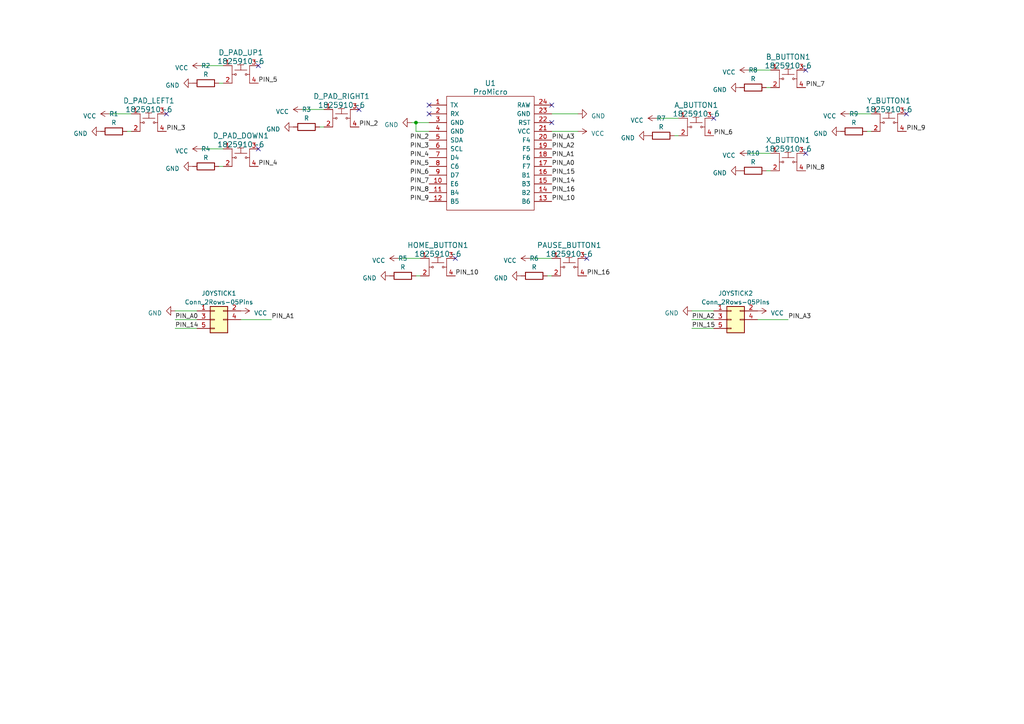
<source format=kicad_sch>
(kicad_sch (version 20230121) (generator eeschema)
  (paper "A4")
  (lib_symbols
    (symbol "Arduino Pro Micro:ProMicro" (pin_names (offset 1.016))
      (property "Reference" "U" (at 0 24.13 0))
      (property "Value" "ProMicro" (at 0 -13.97 0))
      (symbol "ProMicro_0_1"
        (rectangle (start -12.7 21.59) (end 12.7 -11.43))
      )
      (symbol "ProMicro_1_1"
        (pin bidirectional line (at -17.78 19.05 0) (length 5.08) (name "TX") (number "1"))
        (pin bidirectional line (at -17.78 -3.81 0) (length 5.08) (name "E6") (number "10"))
        (pin bidirectional line (at -17.78 -6.35 0) (length 5.08) (name "B4") (number "11"))
        (pin bidirectional line (at -17.78 -8.89 0) (length 5.08) (name "B5") (number "12"))
        (pin bidirectional line (at 17.78 -8.89 180) (length 5.08) (name "B6") (number "13"))
        (pin bidirectional line (at 17.78 -6.35 180) (length 5.08) (name "B2") (number "14"))
        (pin bidirectional line (at 17.78 -3.81 180) (length 5.08) (name "B3") (number "15"))
        (pin bidirectional line (at 17.78 -1.27 180) (length 5.08) (name "B1") (number "16"))
        (pin bidirectional line (at 17.78 1.27 180) (length 5.08) (name "F7") (number "17"))
        (pin bidirectional line (at 17.78 3.81 180) (length 5.08) (name "F6") (number "18"))
        (pin bidirectional line (at 17.78 6.35 180) (length 5.08) (name "F5") (number "19"))
        (pin bidirectional line (at -17.78 16.51 0) (length 5.08) (name "RX") (number "2"))
        (pin bidirectional line (at 17.78 8.89 180) (length 5.08) (name "F4") (number "20"))
        (pin power_in line (at 17.78 11.43 180) (length 5.08) (name "VCC") (number "21"))
        (pin input line (at 17.78 13.97 180) (length 5.08) (name "RST") (number "22"))
        (pin power_in line (at 17.78 16.51 180) (length 5.08) (name "GND") (number "23"))
        (pin power_out line (at 17.78 19.05 180) (length 5.08) (name "RAW") (number "24"))
        (pin power_in line (at -17.78 13.97 0) (length 5.08) (name "GND") (number "3"))
        (pin power_in line (at -17.78 11.43 0) (length 5.08) (name "GND") (number "4"))
        (pin bidirectional line (at -17.78 8.89 0) (length 5.08) (name "SDA") (number "5"))
        (pin bidirectional line (at -17.78 6.35 0) (length 5.08) (name "SCL") (number "6"))
        (pin bidirectional line (at -17.78 3.81 0) (length 5.08) (name "D4") (number "7"))
        (pin bidirectional line (at -17.78 1.27 0) (length 5.08) (name "C6") (number "8"))
        (pin bidirectional line (at -17.78 -1.27 0) (length 5.08) (name "D7") (number "9"))
      )
    )
    (symbol "Connector_Generic:Conn_2Rows-05Pins" (pin_names (offset 1.016) hide)
      (property "Reference" "J" (at 1.27 5.08 0))
      (property "Value" "Conn_2Rows-05Pins" (at 1.27 -5.08 0))
      (symbol "Conn_2Rows-05Pins_1_1"
        (rectangle (start -1.27 -2.413) (end 0 -2.667) (stroke (width 0.1524)))
        (rectangle (start -1.27 0.127) (end 0 -0.127) (stroke (width 0.1524)))
        (rectangle (start -1.27 2.667) (end 0 2.413) (stroke (width 0.1524)))
        (rectangle (start -1.27 3.81) (end 3.81 -3.81) (stroke (width 0.254)) (fill (type background)))
        (rectangle (start 3.81 0.127) (end 2.54 -0.127) (stroke (width 0.1524)))
        (rectangle (start 3.81 2.667) (end 2.54 2.413) (stroke (width 0.1524)))
        (pin passive line (at -5.08 2.54 0) (length 3.81) (name "Pin_1") (number "1"))
        (pin passive line (at 7.62 2.54 180) (length 3.81) (name "Pin_2") (number "2"))
        (pin passive line (at -5.08 0 0) (length 3.81) (name "Pin_3") (number "3"))
        (pin passive line (at 7.62 0 180) (length 3.81) (name "Pin_4") (number "4"))
        (pin passive line (at -5.08 -2.54 0) (length 3.81) (name "Pin_5") (number "5"))
      )
    )
    (symbol "Device:R" (pin_numbers hide) (pin_names (offset 0))
      (property "Reference" "R" (at 2.032 0 90))
      (property "Value" "R" (at 0 0 90))
      (symbol "R_0_1"
        (rectangle (start -1.016 -2.54) (end 1.016 2.54) (stroke (width 0.254)))
      )
      (symbol "R_1_1"
        (pin passive line (at 0 3.81 270) (length 1.27) (name "~") (number "1"))
        (pin passive line (at 0 -3.81 90) (length 1.27) (name "~") (number "2"))
      )
    )
    (symbol "dk_Tactile-Switches:1825910-6" (pin_names (offset 1.016))
      (property "Reference" "S" (at 0 4.572 0))
      (property "Value" "1825910-6" (at 0.127 -5.08 0))
      (symbol "1825910-6_0_1"
        (circle (center -1.524 0) (radius 0.254))
        (polyline (pts (xy -2.54 2.54) (xy -2.54 -2.54)))
        (polyline (pts (xy -1.778 0) (xy -2.54 0)))
        (polyline (pts (xy -1.778 1.27) (xy 1.778 1.27)))
        (polyline (pts (xy 2.54 -2.54) (xy 2.54 2.54)))
        (polyline (pts (xy 2.54 0) (xy 1.778 0)))
        (circle (center 1.524 0) (radius 0.254))
      )
      (symbol "1825910-6_1_1"
        (polyline (pts (xy -1.016 2.794) (xy 0.889 2.794)))
        (polyline (pts (xy 0 2.794) (xy 0 1.27)))
        (pin passive line (at -5.08 2.54 0) (length 2.54) (name "~") (number "1"))
        (pin passive line (at -5.08 -2.54 0) (length 2.54) (name "~") (number "2"))
        (pin passive line (at 5.08 2.54 180) (length 2.54) (name "~") (number "3"))
        (pin passive line (at 5.08 -2.54 180) (length 2.54) (name "~") (number "4"))
      )
    )
    (symbol "power:GND" (power) (pin_names (offset 0))
      (property "Value" "GND" (at 0 -3.81 0))
      (symbol "GND_0_1"
        (polyline (pts (xy 0 0) (xy 0 -1.27) (xy 1.27 -1.27) (xy 0 -2.54) (xy -1.27 -1.27) (xy 0 -1.27)))
      )
      (symbol "GND_1_1"
        (pin power_in line (at 0 0 270) (length 0) hide (name "GND") (number "1"))
      )
    )
    (symbol "power:VCC" (power) (pin_names (offset 0))
      (property "Value" "VCC" (at 0 3.81 0))
      (symbol "VCC_0_1"
        (polyline (pts (xy -0.762 1.27) (xy 0 2.54)))
        (polyline (pts (xy 0 0) (xy 0 2.54)))
        (polyline (pts (xy 0 2.54) (xy 0.762 1.27)))
      )
      (symbol "VCC_1_1"
        (pin power_in line (at 0 0 90) (length 0) hide (name "VCC") (number "1"))
      )
    )
  )
  (junction (at 120.65 35.56))
  (no_connect (at 160.02 30.48))
  (no_connect (at 207.01 34.29))
  (no_connect (at 262.89 33.02))
  (no_connect (at 233.68 44.45))
  (no_connect (at 233.68 20.32))
  (no_connect (at 74.93 43.18))
  (no_connect (at 160.02 35.56))
  (no_connect (at 124.46 30.48))
  (no_connect (at 132.08 74.93))
  (no_connect (at 104.14 31.75))
  (no_connect (at 48.26 33.02))
  (no_connect (at 124.46 33.02))
  (no_connect (at 74.93 19.05))
  (no_connect (at 170.18 74.93))
  (wire (pts (xy 119.38 35.56) (xy 120.65 35.56)))
  (wire (pts (xy 120.65 35.56) (xy 120.65 38.1)))
  (wire (pts (xy 217.17 20.32) (xy 223.52 20.32)))
  (wire (pts (xy 58.42 19.05) (xy 64.77 19.05)))
  (wire (pts (xy 50.8 95.25) (xy 57.15 95.25)))
  (wire (pts (xy 50.8 92.71) (xy 57.15 92.71)))
  (wire (pts (xy 158.75 80.01) (xy 160.02 80.01)))
  (wire (pts (xy 63.5 48.26) (xy 64.77 48.26)))
  (wire (pts (xy 200.66 92.71) (xy 207.01 92.71)))
  (wire (pts (xy 78.74 92.71) (xy 69.85 92.71)))
  (wire (pts (xy 222.25 25.4) (xy 223.52 25.4)))
  (wire (pts (xy 246.38 33.02) (xy 252.73 33.02)))
  (wire (pts (xy 160.02 38.1) (xy 167.64 38.1)))
  (wire (pts (xy 87.63 31.75) (xy 93.98 31.75)))
  (wire (pts (xy 124.46 38.1) (xy 120.65 38.1)))
  (wire (pts (xy 222.25 49.53) (xy 223.52 49.53)))
  (wire (pts (xy 251.46 38.1) (xy 252.73 38.1)))
  (wire (pts (xy 36.83 38.1) (xy 38.1 38.1)))
  (wire (pts (xy 50.8 90.17) (xy 57.15 90.17)))
  (wire (pts (xy 200.66 90.17) (xy 207.01 90.17)))
  (wire (pts (xy 120.65 80.01) (xy 121.92 80.01)))
  (wire (pts (xy 92.71 36.83) (xy 93.98 36.83)))
  (wire (pts (xy 195.58 39.37) (xy 196.85 39.37)))
  (wire (pts (xy 228.6 92.71) (xy 219.71 92.71)))
  (wire (pts (xy 63.5 24.13) (xy 64.77 24.13)))
  (wire (pts (xy 58.42 43.18) (xy 64.77 43.18)))
  (wire (pts (xy 120.65 35.56) (xy 124.46 35.56)))
  (wire (pts (xy 217.17 44.45) (xy 223.52 44.45)))
  (wire (pts (xy 190.5 34.29) (xy 196.85 34.29)))
  (wire (pts (xy 115.57 74.93) (xy 121.92 74.93)))
  (wire (pts (xy 200.66 95.25) (xy 207.01 95.25)))
  (wire (pts (xy 31.75 33.02) (xy 38.1 33.02)))
  (wire (pts (xy 153.67 74.93) (xy 160.02 74.93)))
  (wire (pts (xy 160.02 33.02) (xy 167.64 33.02)))
  (label "PIN_A2" (at 160.02 43.18 0))
  (label "PIN_3" (at 124.46 43.18 180))
  (label "PIN_A0" (at 160.02 48.26 0))
  (label "PIN_A1" (at 160.02 45.72 0))
  (label "PIN_3" (at 48.26 38.1 0))
  (label "PIN_5" (at 124.46 48.26 180))
  (label "PIN_7" (at 233.68 25.4 0))
  (label "PIN_15" (at 200.66 95.25 0))
  (label "PIN_4" (at 124.46 45.72 180))
  (label "PIN_14" (at 160.02 53.34 0))
  (label "PIN_A1" (at 78.74 92.71 0))
  (label "PIN_A3" (at 228.6 92.71 0))
  (label "PIN_2" (at 124.46 40.64 180))
  (label "PIN_10" (at 160.02 58.42 0))
  (label "PIN_A0" (at 50.8 92.71 0))
  (label "PIN_16" (at 170.18 80.01 0))
  (label "PIN_6" (at 124.46 50.8 180))
  (label "PIN_7" (at 124.46 53.34 180))
  (label "PIN_10" (at 132.08 80.01 0))
  (label "PIN_9" (at 262.89 38.1 0))
  (label "PIN_2" (at 104.14 36.83 0))
  (label "PIN_A2" (at 200.66 92.71 0))
  (label "PIN_16" (at 160.02 55.88 0))
  (label "PIN_8" (at 233.68 49.53 0))
  (label "PIN_15" (at 160.02 50.8 0))
  (label "PIN_A3" (at 160.02 40.64 0))
  (label "PIN_6" (at 207.01 39.37 0))
  (label "PIN_14" (at 50.8 95.25 0))
  (label "PIN_9" (at 124.46 58.42 180))
  (label "PIN_5" (at 74.93 24.13 0))
  (label "PIN_8" (at 124.46 55.88 180))
  (label "PIN_4" (at 74.93 48.26 0))
  (symbol (lib_id "power:VCC") (at 246.38 33.02 90) (mirror x) (unit 1)
    (property "Reference" "#PWR035" (effects hide))
    (property "Value" "VCC" (at 242.57 33.655 90) (effects (justify left)))
  )
  (symbol (lib_id "Arduino Pro Micro:ProMicro") (at 142.24 49.53 0) (unit 1)
    (property "Reference" "U1" (at 142.24 24.13 0) (effects (font (size 1.524 1.524))))
    (property "Value" "ProMicro" (at 142.24 26.67 0) (effects (font (size 1.524 1.524))))
    (property "Footprint" "Arduino Pro Micro:ProMicro" (effects hide))
  )
  (symbol (lib_id "power:VCC") (at 153.67 74.93 90) (mirror x) (unit 1)
    (property "Reference" "#PWR014" (effects hide))
    (property "Value" "VCC" (at 149.86 75.565 90) (effects (justify left)))
  )
  (symbol (lib_id "Connector_Generic:Conn_2Rows-05Pins") (at 62.23 92.71 0) (unit 1)
    (property "Reference" "JOYSTICK1" (at 63.5 85.09 0))
    (property "Value" "Conn_2Rows-05Pins" (at 63.5 87.63 0))
    (property "Footprint" "Connector_PinSocket_2.54mm:PinSocket_1x05_P2.54mm_Vertical" (effects hide))
  )
  (symbol (lib_id "power:GND") (at 85.09 36.83 270) (unit 1)
    (property "Reference" "#PWR032" (effects hide))
    (property "Value" "GND" (at 81.28 37.465 90) (effects (justify right)))
  )
  (symbol (lib_id "power:VCC") (at 31.75 33.02 90) (mirror x) (unit 1)
    (property "Reference" "#PWR027" (effects hide))
    (property "Value" "VCC" (at 27.94 33.655 90) (effects (justify left)))
  )
  (symbol (lib_id "power:VCC") (at 217.17 44.45 90) (mirror x) (unit 1)
    (property "Reference" "#PWR026" (effects hide))
    (property "Value" "VCC" (at 213.36 45.085 90) (effects (justify left)))
  )
  (symbol (lib_id "Device:R") (at 247.65 38.1 90) (unit 1)
    (property "Reference" "R9" (at 247.65 33.02 90))
    (property "Value" "R" (at 247.65 35.56 90))
    (property "Footprint" "Resistor_THT:R_Axial_DIN0207_L6.3mm_D2.5mm_P10.16mm_Horizontal" (effects hide))
  )
  (symbol (lib_id "power:VCC") (at 87.63 31.75 90) (mirror x) (unit 1)
    (property "Reference" "#PWR033" (effects hide))
    (property "Value" "VCC" (at 83.82 32.385 90) (effects (justify left)))
  )
  (symbol (lib_id "dk_Tactile-Switches:1825910-6") (at 69.85 21.59 0) (unit 1)
    (property "Reference" "D_PAD_UP1" (at 69.85 15.24 0) (effects (font (size 1.524 1.524))))
    (property "Value" "1825910-6" (at 69.85 17.78 0) (effects (font (size 1.524 1.524))))
    (property "Footprint" "controller:SW_PUSH_4_PIN" (effects hide))
    (property "Datasheet" "https://www.te.com/commerce/DocumentDelivery/DDEController?Action=srchrtrv&DocNm=1825910&DocType=Customer+Drawing&DocLang=English" (effects hide))
    (property "Digi-Key_PN" "450-1650-ND" (effects hide))
    (property "MPN" "1825910-6" (effects hide))
    (property "Category" "Switches" (effects hide))
    (property "Family" "Tactile Switches" (effects hide))
    (property "DK_Datasheet_Link" "https://www.te.com/commerce/DocumentDelivery/DDEController?Action=srchrtrv&DocNm=1825910&DocType=Customer+Drawing&DocLang=English" (effects hide))
    (property "DK_Detail_Page" "/product-detail/en/te-connectivity-alcoswitch-switches/1825910-6/450-1650-ND/1632536" (effects hide))
    (property "Description" "SWITCH TACTILE SPST-NO 0.05A 24V" (effects hide))
    (property "Manufacturer" "TE Connectivity ALCOSWITCH Switches" (effects hide))
    (property "Status" "Active" (effects hide))
  )
  (symbol (lib_id "power:GND") (at 29.21 38.1 270) (unit 1)
    (property "Reference" "#PWR01" (effects hide))
    (property "Value" "GND" (at 25.4 38.735 90) (effects (justify right)))
  )
  (symbol (lib_id "Device:R") (at 88.9 36.83 90) (unit 1)
    (property "Reference" "R3" (at 88.9 31.75 90))
    (property "Value" "R" (at 88.9 34.29 90))
    (property "Footprint" "Resistor_THT:R_Axial_DIN0207_L6.3mm_D2.5mm_P10.16mm_Horizontal" (effects hide))
  )
  (symbol (lib_id "power:VCC") (at 219.71 90.17 270) (unit 1)
    (property "Reference" "#PWR021" (effects hide))
    (property "Value" "VCC" (at 223.52 90.805 90) (effects (justify left)))
  )
  (symbol (lib_id "Device:R") (at 59.69 48.26 90) (unit 1)
    (property "Reference" "R4" (at 59.69 43.18 90))
    (property "Value" "R" (at 59.69 45.72 90))
    (property "Footprint" "Resistor_THT:R_Axial_DIN0207_L6.3mm_D2.5mm_P10.16mm_Horizontal" (effects hide))
  )
  (symbol (lib_id "power:GND") (at 167.64 33.02 90) (unit 1)
    (property "Reference" "#PWR09" (effects hide))
    (property "Value" "GND" (at 171.45 33.655 90) (effects (justify right)))
  )
  (symbol (lib_id "power:VCC") (at 167.64 38.1 270) (unit 1)
    (property "Reference" "#PWR015" (effects hide))
    (property "Value" "VCC" (at 171.45 38.735 90) (effects (justify left)))
  )
  (symbol (lib_id "Device:R") (at 218.44 25.4 90) (unit 1)
    (property "Reference" "R8" (at 218.44 20.32 90))
    (property "Value" "R" (at 218.44 22.86 90))
    (property "Footprint" "Resistor_THT:R_Axial_DIN0207_L6.3mm_D2.5mm_P10.16mm_Horizontal" (effects hide))
  )
  (symbol (lib_id "power:GND") (at 55.88 24.13 270) (unit 1)
    (property "Reference" "#PWR028" (effects hide))
    (property "Value" "GND" (at 52.07 24.765 90) (effects (justify right)))
  )
  (symbol (lib_id "dk_Tactile-Switches:1825910-6") (at 69.85 45.72 0) (unit 1)
    (property "Reference" "D_PAD_DOWN1" (at 69.85 39.37 0) (effects (font (size 1.524 1.524))))
    (property "Value" "1825910-6" (at 69.85 41.91 0) (effects (font (size 1.524 1.524))))
    (property "Footprint" "controller:SW_PUSH_4_PIN" (effects hide))
    (property "Datasheet" "https://www.te.com/commerce/DocumentDelivery/DDEController?Action=srchrtrv&DocNm=1825910&DocType=Customer+Drawing&DocLang=English" (effects hide))
    (property "Digi-Key_PN" "450-1650-ND" (effects hide))
    (property "MPN" "1825910-6" (effects hide))
    (property "Category" "Switches" (effects hide))
    (property "Family" "Tactile Switches" (effects hide))
    (property "DK_Datasheet_Link" "https://www.te.com/commerce/DocumentDelivery/DDEController?Action=srchrtrv&DocNm=1825910&DocType=Customer+Drawing&DocLang=English" (effects hide))
    (property "DK_Detail_Page" "/product-detail/en/te-connectivity-alcoswitch-switches/1825910-6/450-1650-ND/1632536" (effects hide))
    (property "Description" "SWITCH TACTILE SPST-NO 0.05A 24V" (effects hide))
    (property "Manufacturer" "TE Connectivity ALCOSWITCH Switches" (effects hide))
    (property "Status" "Active" (effects hide))
  )
  (symbol (lib_id "power:GND") (at 214.63 25.4 270) (unit 1)
    (property "Reference" "#PWR05" (effects hide))
    (property "Value" "GND" (at 210.82 26.035 90) (effects (justify right)))
  )
  (symbol (lib_id "power:VCC") (at 217.17 20.32 90) (mirror x) (unit 1)
    (property "Reference" "#PWR024" (effects hide))
    (property "Value" "VCC" (at 213.36 20.955 90) (effects (justify left)))
  )
  (symbol (lib_id "dk_Tactile-Switches:1825910-6") (at 99.06 34.29 0) (unit 1)
    (property "Reference" "D_PAD_RIGHT1" (at 99.06 27.94 0) (effects (font (size 1.524 1.524))))
    (property "Value" "1825910-6" (at 99.06 30.48 0) (effects (font (size 1.524 1.524))))
    (property "Footprint" "controller:SW_PUSH_4_PIN" (effects hide))
    (property "Datasheet" "https://www.te.com/commerce/DocumentDelivery/DDEController?Action=srchrtrv&DocNm=1825910&DocType=Customer+Drawing&DocLang=English" (effects hide))
    (property "Digi-Key_PN" "450-1650-ND" (effects hide))
    (property "MPN" "1825910-6" (effects hide))
    (property "Category" "Switches" (effects hide))
    (property "Family" "Tactile Switches" (effects hide))
    (property "DK_Datasheet_Link" "https://www.te.com/commerce/DocumentDelivery/DDEController?Action=srchrtrv&DocNm=1825910&DocType=Customer+Drawing&DocLang=English" (effects hide))
    (property "DK_Detail_Page" "/product-detail/en/te-connectivity-alcoswitch-switches/1825910-6/450-1650-ND/1632536" (effects hide))
    (property "Description" "SWITCH TACTILE SPST-NO 0.05A 24V" (effects hide))
    (property "Manufacturer" "TE Connectivity ALCOSWITCH Switches" (effects hide))
    (property "Status" "Active" (effects hide))
  )
  (symbol (lib_id "power:VCC") (at 69.85 90.17 270) (unit 1)
    (property "Reference" "#PWR022" (effects hide))
    (property "Value" "VCC" (at 73.66 90.805 90) (effects (justify left)))
  )
  (symbol (lib_id "dk_Tactile-Switches:1825910-6") (at 165.1 77.47 0) (unit 1)
    (property "Reference" "PAUSE_BUTTON1" (at 165.1 71.12 0) (effects (font (size 1.524 1.524))))
    (property "Value" "1825910-6" (at 165.1 73.66 0) (effects (font (size 1.524 1.524))))
    (property "Footprint" "controller:SW_PUSH_4_PIN" (effects hide))
    (property "Datasheet" "https://www.te.com/commerce/DocumentDelivery/DDEController?Action=srchrtrv&DocNm=1825910&DocType=Customer+Drawing&DocLang=English" (effects hide))
    (property "Digi-Key_PN" "450-1650-ND" (effects hide))
    (property "MPN" "1825910-6" (effects hide))
    (property "Category" "Switches" (effects hide))
    (property "Family" "Tactile Switches" (effects hide))
    (property "DK_Datasheet_Link" "https://www.te.com/commerce/DocumentDelivery/DDEController?Action=srchrtrv&DocNm=1825910&DocType=Customer+Drawing&DocLang=English" (effects hide))
    (property "DK_Detail_Page" "/product-detail/en/te-connectivity-alcoswitch-switches/1825910-6/450-1650-ND/1632536" (effects hide))
    (property "Description" "SWITCH TACTILE SPST-NO 0.05A 24V" (effects hide))
    (property "Manufacturer" "TE Connectivity ALCOSWITCH Switches" (effects hide))
    (property "Status" "Active" (effects hide))
  )
  (symbol (lib_id "power:VCC") (at 190.5 34.29 90) (mirror x) (unit 1)
    (property "Reference" "#PWR04" (effects hide))
    (property "Value" "VCC" (at 186.69 34.925 90) (effects (justify left)))
  )
  (symbol (lib_id "power:GND") (at 187.96 39.37 270) (unit 1)
    (property "Reference" "#PWR03" (effects hide))
    (property "Value" "GND" (at 184.15 40.005 90) (effects (justify right)))
  )
  (symbol (lib_id "power:GND") (at 243.84 38.1 270) (unit 1)
    (property "Reference" "#PWR034" (effects hide))
    (property "Value" "GND" (at 240.03 38.735 90) (effects (justify right)))
  )
  (symbol (lib_id "power:VCC") (at 58.42 43.18 90) (mirror x) (unit 1)
    (property "Reference" "#PWR031" (effects hide))
    (property "Value" "VCC" (at 54.61 43.815 90) (effects (justify left)))
  )
  (symbol (lib_id "Connector_Generic:Conn_2Rows-05Pins") (at 212.09 92.71 0) (unit 1)
    (property "Reference" "JOYSTICK2" (at 213.36 85.09 0))
    (property "Value" "Conn_2Rows-05Pins" (at 213.36 87.63 0))
    (property "Footprint" "Connector_PinSocket_2.54mm:PinSocket_1x05_P2.54mm_Vertical" (effects hide))
  )
  (symbol (lib_id "dk_Tactile-Switches:1825910-6") (at 228.6 22.86 0) (unit 1)
    (property "Reference" "B_BUTTON1" (at 228.6 16.51 0) (effects (font (size 1.524 1.524))))
    (property "Value" "1825910-6" (at 228.6 19.05 0) (effects (font (size 1.524 1.524))))
    (property "Footprint" "controller:SW_PUSH_4_PIN" (effects hide))
    (property "Datasheet" "https://www.te.com/commerce/DocumentDelivery/DDEController?Action=srchrtrv&DocNm=1825910&DocType=Customer+Drawing&DocLang=English" (effects hide))
    (property "Digi-Key_PN" "450-1650-ND" (effects hide))
    (property "MPN" "1825910-6" (effects hide))
    (property "Category" "Switches" (effects hide))
    (property "Family" "Tactile Switches" (effects hide))
    (property "DK_Datasheet_Link" "https://www.te.com/commerce/DocumentDelivery/DDEController?Action=srchrtrv&DocNm=1825910&DocType=Customer+Drawing&DocLang=English" (effects hide))
    (property "DK_Detail_Page" "/product-detail/en/te-connectivity-alcoswitch-switches/1825910-6/450-1650-ND/1632536" (effects hide))
    (property "Description" "SWITCH TACTILE SPST-NO 0.05A 24V" (effects hide))
    (property "Manufacturer" "TE Connectivity ALCOSWITCH Switches" (effects hide))
    (property "Status" "Active" (effects hide))
  )
  (symbol (lib_id "Device:R") (at 33.02 38.1 90) (unit 1)
    (property "Reference" "R1" (at 33.02 33.02 90))
    (property "Value" "R" (at 33.02 35.56 90))
    (property "Footprint" "Resistor_THT:R_Axial_DIN0207_L6.3mm_D2.5mm_P10.16mm_Horizontal" (effects hide))
  )
  (symbol (lib_id "dk_Tactile-Switches:1825910-6") (at 201.93 36.83 0) (unit 1)
    (property "Reference" "A_BUTTON1" (at 201.93 30.48 0) (effects (font (size 1.524 1.524))))
    (property "Value" "1825910-6" (at 201.93 33.02 0) (effects (font (size 1.524 1.524))))
    (property "Footprint" "controller:SW_PUSH_4_PIN" (effects hide))
    (property "Datasheet" "https://www.te.com/commerce/DocumentDelivery/DDEController?Action=srchrtrv&DocNm=1825910&DocType=Customer+Drawing&DocLang=English" (effects hide))
    (property "Digi-Key_PN" "450-1650-ND" (effects hide))
    (property "MPN" "1825910-6" (effects hide))
    (property "Category" "Switches" (effects hide))
    (property "Family" "Tactile Switches" (effects hide))
    (property "DK_Datasheet_Link" "https://www.te.com/commerce/DocumentDelivery/DDEController?Action=srchrtrv&DocNm=1825910&DocType=Customer+Drawing&DocLang=English" (effects hide))
    (property "DK_Detail_Page" "/product-detail/en/te-connectivity-alcoswitch-switches/1825910-6/450-1650-ND/1632536" (effects hide))
    (property "Description" "SWITCH TACTILE SPST-NO 0.05A 24V" (effects hide))
    (property "Manufacturer" "TE Connectivity ALCOSWITCH Switches" (effects hide))
    (property "Status" "Active" (effects hide))
  )
  (symbol (lib_id "power:GND") (at 214.63 49.53 270) (unit 1)
    (property "Reference" "#PWR023" (effects hide))
    (property "Value" "GND" (at 210.82 50.165 90) (effects (justify right)))
  )
  (symbol (lib_id "power:GND") (at 200.66 90.17 270) (unit 1)
    (property "Reference" "#PWR011" (effects hide))
    (property "Value" "GND" (at 196.85 90.805 90) (effects (justify right)))
  )
  (symbol (lib_id "Device:R") (at 116.84 80.01 90) (unit 1)
    (property "Reference" "R5" (at 116.84 74.93 90))
    (property "Value" "R" (at 116.84 77.47 90))
    (property "Footprint" "Resistor_THT:R_Axial_DIN0207_L6.3mm_D2.5mm_P10.16mm_Horizontal" (effects hide))
  )
  (symbol (lib_id "Device:R") (at 59.69 24.13 90) (unit 1)
    (property "Reference" "R2" (at 59.69 19.05 90))
    (property "Value" "R" (at 59.69 21.59 90))
    (property "Footprint" "Resistor_THT:R_Axial_DIN0207_L6.3mm_D2.5mm_P10.16mm_Horizontal" (effects hide))
  )
  (symbol (lib_id "Device:R") (at 154.94 80.01 90) (unit 1)
    (property "Reference" "R6" (at 154.94 74.93 90))
    (property "Value" "R" (at 154.94 77.47 90))
    (property "Footprint" "Resistor_THT:R_Axial_DIN0207_L6.3mm_D2.5mm_P10.16mm_Horizontal" (effects hide))
  )
  (symbol (lib_id "dk_Tactile-Switches:1825910-6") (at 43.18 35.56 0) (unit 1)
    (property "Reference" "D_PAD_LEFT1" (at 43.18 29.21 0) (effects (font (size 1.524 1.524))))
    (property "Value" "1825910-6" (at 43.18 31.75 0) (effects (font (size 1.524 1.524))))
    (property "Footprint" "controller:SW_PUSH_4_PIN" (effects hide))
    (property "Datasheet" "https://www.te.com/commerce/DocumentDelivery/DDEController?Action=srchrtrv&DocNm=1825910&DocType=Customer+Drawing&DocLang=English" (effects hide))
    (property "Digi-Key_PN" "450-1650-ND" (effects hide))
    (property "MPN" "1825910-6" (effects hide))
    (property "Category" "Switches" (effects hide))
    (property "Family" "Tactile Switches" (effects hide))
    (property "DK_Datasheet_Link" "https://www.te.com/commerce/DocumentDelivery/DDEController?Action=srchrtrv&DocNm=1825910&DocType=Customer+Drawing&DocLang=English" (effects hide))
    (property "DK_Detail_Page" "/product-detail/en/te-connectivity-alcoswitch-switches/1825910-6/450-1650-ND/1632536" (effects hide))
    (property "Description" "SWITCH TACTILE SPST-NO 0.05A 24V" (effects hide))
    (property "Manufacturer" "TE Connectivity ALCOSWITCH Switches" (effects hide))
    (property "Status" "Active" (effects hide))
  )
  (symbol (lib_id "power:GND") (at 113.03 80.01 270) (unit 1)
    (property "Reference" "#PWR010" (effects hide))
    (property "Value" "GND" (at 109.22 80.645 90) (effects (justify right)))
  )
  (symbol (lib_id "Device:R") (at 191.77 39.37 90) (unit 1)
    (property "Reference" "R7" (at 191.77 34.29 90))
    (property "Value" "R" (at 191.77 36.83 90))
    (property "Footprint" "Resistor_THT:R_Axial_DIN0207_L6.3mm_D2.5mm_P10.16mm_Horizontal" (effects hide))
  )
  (symbol (lib_id "dk_Tactile-Switches:1825910-6") (at 257.81 35.56 0) (unit 1)
    (property "Reference" "Y_BUTTON1" (at 257.81 29.21 0) (effects (font (size 1.524 1.524))))
    (property "Value" "1825910-6" (at 257.81 31.75 0) (effects (font (size 1.524 1.524))))
    (property "Footprint" "controller:SW_PUSH_4_PIN" (effects hide))
    (property "Datasheet" "https://www.te.com/commerce/DocumentDelivery/DDEController?Action=srchrtrv&DocNm=1825910&DocType=Customer+Drawing&DocLang=English" (effects hide))
    (property "Digi-Key_PN" "450-1650-ND" (effects hide))
    (property "MPN" "1825910-6" (effects hide))
    (property "Category" "Switches" (effects hide))
    (property "Family" "Tactile Switches" (effects hide))
    (property "DK_Datasheet_Link" "https://www.te.com/commerce/DocumentDelivery/DDEController?Action=srchrtrv&DocNm=1825910&DocType=Customer+Drawing&DocLang=English" (effects hide))
    (property "DK_Detail_Page" "/product-detail/en/te-connectivity-alcoswitch-switches/1825910-6/450-1650-ND/1632536" (effects hide))
    (property "Description" "SWITCH TACTILE SPST-NO 0.05A 24V" (effects hide))
    (property "Manufacturer" "TE Connectivity ALCOSWITCH Switches" (effects hide))
    (property "Status" "Active" (effects hide))
  )
  (symbol (lib_id "power:VCC") (at 115.57 74.93 90) (mirror x) (unit 1)
    (property "Reference" "#PWR012" (effects hide))
    (property "Value" "VCC" (at 111.76 75.565 90) (effects (justify left)))
  )
  (symbol (lib_id "power:GND") (at 55.88 48.26 270) (unit 1)
    (property "Reference" "#PWR030" (effects hide))
    (property "Value" "GND" (at 52.07 48.895 90) (effects (justify right)))
  )
  (symbol (lib_id "dk_Tactile-Switches:1825910-6") (at 127 77.47 0) (unit 1)
    (property "Reference" "HOME_BUTTON1" (at 127 71.12 0) (effects (font (size 1.524 1.524))))
    (property "Value" "1825910-6" (at 127 73.66 0) (effects (font (size 1.524 1.524))))
    (property "Footprint" "controller:SW_PUSH_4_PIN" (effects hide))
    (property "Datasheet" "https://www.te.com/commerce/DocumentDelivery/DDEController?Action=srchrtrv&DocNm=1825910&DocType=Customer+Drawing&DocLang=English" (effects hide))
    (property "Digi-Key_PN" "450-1650-ND" (effects hide))
    (property "MPN" "1825910-6" (effects hide))
    (property "Category" "Switches" (effects hide))
    (property "Family" "Tactile Switches" (effects hide))
    (property "DK_Datasheet_Link" "https://www.te.com/commerce/DocumentDelivery/DDEController?Action=srchrtrv&DocNm=1825910&DocType=Customer+Drawing&DocLang=English" (effects hide))
    (property "DK_Detail_Page" "/product-detail/en/te-connectivity-alcoswitch-switches/1825910-6/450-1650-ND/1632536" (effects hide))
    (property "Description" "SWITCH TACTILE SPST-NO 0.05A 24V" (effects hide))
    (property "Manufacturer" "TE Connectivity ALCOSWITCH Switches" (effects hide))
    (property "Status" "Active" (effects hide))
  )
  (symbol (lib_id "power:GND") (at 50.8 90.17 270) (unit 1)
    (property "Reference" "#PWR02" (effects hide))
    (property "Value" "GND" (at 46.99 90.805 90) (effects (justify right)))
  )
  (symbol (lib_id "power:GND") (at 151.13 80.01 270) (unit 1)
    (property "Reference" "#PWR013" (effects hide))
    (property "Value" "GND" (at 147.32 80.645 90) (effects (justify right)))
  )
  (symbol (lib_id "Device:R") (at 218.44 49.53 90) (unit 1)
    (property "Reference" "R10" (at 218.44 44.45 90))
    (property "Value" "R" (at 218.44 46.99 90))
    (property "Footprint" "Resistor_THT:R_Axial_DIN0207_L6.3mm_D2.5mm_P10.16mm_Horizontal" (effects hide))
  )
  (symbol (lib_id "power:VCC") (at 58.42 19.05 90) (mirror x) (unit 1)
    (property "Reference" "#PWR029" (effects hide))
    (property "Value" "VCC" (at 54.61 19.685 90) (effects (justify left)))
  )
  (symbol (lib_id "dk_Tactile-Switches:1825910-6") (at 228.6 46.99 0) (unit 1)
    (property "Reference" "X_BUTTON1" (at 228.6 40.64 0) (effects (font (size 1.524 1.524))))
    (property "Value" "1825910-6" (at 228.6 43.18 0) (effects (font (size 1.524 1.524))))
    (property "Footprint" "controller:SW_PUSH_4_PIN" (effects hide))
    (property "Datasheet" "https://www.te.com/commerce/DocumentDelivery/DDEController?Action=srchrtrv&DocNm=1825910&DocType=Customer+Drawing&DocLang=English" (effects hide))
    (property "Digi-Key_PN" "450-1650-ND" (effects hide))
    (property "MPN" "1825910-6" (effects hide))
    (property "Category" "Switches" (effects hide))
    (property "Family" "Tactile Switches" (effects hide))
    (property "DK_Datasheet_Link" "https://www.te.com/commerce/DocumentDelivery/DDEController?Action=srchrtrv&DocNm=1825910&DocType=Customer+Drawing&DocLang=English" (effects hide))
    (property "DK_Detail_Page" "/product-detail/en/te-connectivity-alcoswitch-switches/1825910-6/450-1650-ND/1632536" (effects hide))
    (property "Description" "SWITCH TACTILE SPST-NO 0.05A 24V" (effects hide))
    (property "Manufacturer" "TE Connectivity ALCOSWITCH Switches" (effects hide))
    (property "Status" "Active" (effects hide))
  )
  (symbol (lib_id "power:GND") (at 119.38 35.56 270) (unit 1)
    (property "Reference" "#PWR07" (effects hide))
    (property "Value" "GND" (at 115.57 36.195 90) (effects (justify right)))
  )
)
</source>
